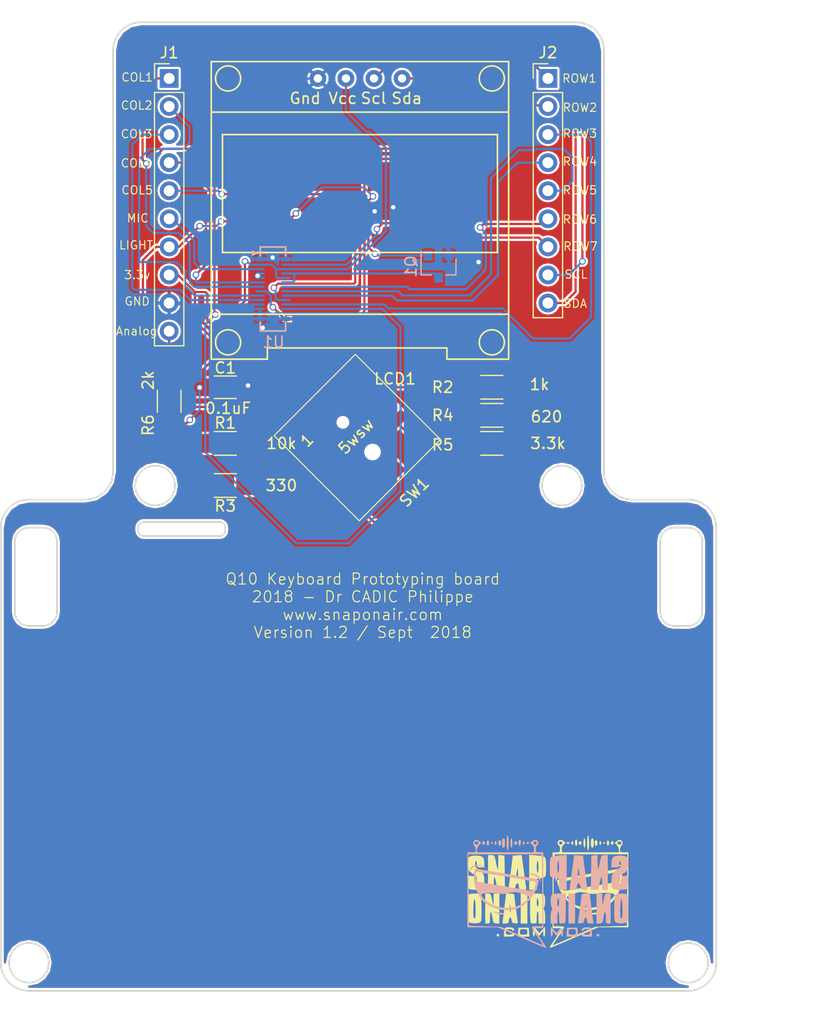
<source format=kicad_pcb>
(kicad_pcb (version 4) (host pcbnew 4.0.4-stable)
  (layers (0 F.Cu signal) (31 B.Cu signal) (34 B.Paste user) (35 F.Paste user) (36 B.SilkS user) (37 F.SilkS user) (38 B.Mask user) (39 F.Mask user) (44 Edge.Cuts user))
  (net 0 "")
  (net 1 /3.3v)
  (net 2 GND)
  (net 3 /KB_LGHT)
  (net 4 "Net-(Q1-Pad3)")
  (net 5 /KB_MIC)
  (net 6 /KB_ROW1)
  (net 7 /KB_COL1)
  (net 8 /KB_ROW2)
  (net 9 /KB_COL2)
  (net 10 /KB_COL3)
  (net 11 /KB_COL4)
  (net 12 /KB_ROW3)
  (net 13 /KB_COL5)
  (net 14 /KB_ROW4)
  (net 15 /KB_ROW5)
  (net 16 /KB_ROW6)
  (net 17 /KB_ROW7)
  (net 18 /Analog)
  (net 19 /SCL)
  (net 20 /SDA)
  (net 21 "Net-(R2-Pad1)")
  (net 22 "Net-(R3-Pad1)")
  (net 23 "Net-(R4-Pad1)")
  (net 24 "Net-(R5-Pad1)")
  (module Capacitors_SMD:C_1206_HandSoldering (layer F.Cu) (at 111.76 83.82)
    (fp_text reference C1 (at 0 -1.75) (layer F.SilkS))
    (fp_text value 0.1uF (at 0.254 1.905) (layer F.SilkS))
    (pad 1 smd rect (at -2 0) (size 2 1.6) (layers F.Cu F.Paste F.Mask) (net 1 /3.3v))
    (pad 2 smd rect (at 2 0) (size 2 1.6) (layers F.Cu F.Paste F.Mask) (net 2 GND))
  )
  (module TO_SOT_Packages_SMD:SOT-23 (layer B.Cu) (at 131.064 72.898 270)
    (fp_text reference Q1 (at 0 2.5 270) (layer B.SilkS) (effects (justify mirror)))
    (fp_text value BSS138)
    (pad 1 smd rect (at -1 0.95 270) (size 0.9 0.8) (layers B.Cu B.Paste B.Mask) (net 3 /KB_LGHT))
    (pad 2 smd rect (at -1 -0.95 270) (size 0.9 0.8) (layers B.Cu B.Paste B.Mask) (net 2 GND))
    (pad 3 smd rect (at 1 0 270) (size 0.9 0.8) (layers B.Cu B.Paste B.Mask) (net 4 "Net-(Q1-Pad3)"))
  )
  (module Resistors_SMD:R_1206_HandSoldering (layer F.Cu) (at 111.76 88.9)
    (fp_text reference R1 (at 0 -1.85) (layer F.SilkS))
    (fp_text value 10k (at 5.08 0) (layer F.SilkS))
    (pad 1 smd rect (at -2 0) (size 2 1.7) (layers F.Cu F.Paste F.Mask) (net 3 /KB_LGHT))
    (pad 2 smd rect (at 2 0) (size 2 1.7) (layers F.Cu F.Paste F.Mask) (net 2 GND))
  )
  (module "bbq10kbd_kit-master:BM14B(0.8)-24DS-0.4V(53)" (layer B.Cu) (at 116.078 74.93 270)
    (fp_text reference U1 (at 4.8 -0.05 540) (layer B.SilkS) (effects (justify mirror)))
    (fp_text value Keyboard:BBQ10KBD)
    (pad 2 smd rect (at -2.2 1.15 270) (size 0.2 0.8) (layers B.Cu B.Paste B.Mask) (net 1 /3.3v))
    (pad 3 smd rect (at -1.8 1.15 270) (size 0.2 0.8) (layers B.Cu B.Paste B.Mask) (net 5 /KB_MIC))
    (pad 4 smd rect (at -1.4 1.15 270) (size 0.2 0.8) (layers B.Cu B.Paste B.Mask) (net 2 GND))
    (pad 5 smd rect (at -1 1.15 270) (size 0.2 0.8) (layers B.Cu B.Paste B.Mask) (net 2 GND))
    (pad 6 smd rect (at -0.6 1.15 270) (size 0.2 0.8) (layers B.Cu B.Paste B.Mask) (net 6 /KB_ROW1))
    (pad 7 smd rect (at -0.2 1.15 270) (size 0.2 0.8) (layers B.Cu B.Paste B.Mask) (net 7 /KB_COL1))
    (pad 8 smd rect (at 0.2 1.15 270) (size 0.2 0.8) (layers B.Cu B.Paste B.Mask) (net 8 /KB_ROW2))
    (pad 9 smd rect (at 0.6 1.15 270) (size 0.2 0.8) (layers B.Cu B.Paste B.Mask) (net 9 /KB_COL2))
    (pad 10 smd rect (at 1 1.15 270) (size 0.2 0.8) (layers B.Cu B.Paste B.Mask) (net 10 /KB_COL3))
    (pad 11 smd rect (at 1.4 1.15 270) (size 0.2 0.8) (layers B.Cu B.Paste B.Mask) (net 2 GND))
    (pad 12 smd rect (at 1.8 1.15 270) (size 0.2 0.8) (layers B.Cu B.Paste B.Mask) (net 2 GND))
    (pad 13 smd rect (at 2.2 1.15 270) (size 0.2 0.8) (layers B.Cu B.Paste B.Mask) (net 2 GND))
    (pad 16 smd rect (at 2.2 -1.15 270) (size 0.2 0.8) (layers B.Cu B.Paste B.Mask) (net 2 GND))
    (pad 17 smd rect (at 1.8 -1.15 270) (size 0.2 0.8) (layers B.Cu B.Paste B.Mask) (net 11 /KB_COL4))
    (pad 18 smd rect (at 1.4 -1.15 270) (size 0.2 0.8) (layers B.Cu B.Paste B.Mask) (net 12 /KB_ROW3))
    (pad 19 smd rect (at 1 -1.15 270) (size 0.2 0.8) (layers B.Cu B.Paste B.Mask) (net 13 /KB_COL5))
    (pad 20 smd rect (at 0.6 -1.15 270) (size 0.2 0.8) (layers B.Cu B.Paste B.Mask) (net 14 /KB_ROW4))
    (pad 21 smd rect (at 0.2 -1.15 270) (size 0.2 0.8) (layers B.Cu B.Paste B.Mask) (net 15 /KB_ROW5))
    (pad 22 smd rect (at -0.2 -1.15 270) (size 0.2 0.8) (layers B.Cu B.Paste B.Mask) (net 16 /KB_ROW6))
    (pad 23 smd rect (at -0.6 -1.15 270) (size 0.2 0.8) (layers B.Cu B.Paste B.Mask) (net 4 "Net-(Q1-Pad3)"))
    (pad 24 smd rect (at -1 -1.15 270) (size 0.2 0.8) (layers B.Cu B.Paste B.Mask) (net 1 /3.3v))
    (pad 25 smd rect (at -1.4 -1.15 270) (size 0.2 0.8) (layers B.Cu B.Paste B.Mask) (net 4 "Net-(Q1-Pad3)"))
    (pad 26 smd rect (at -1.8 -1.15 270) (size 0.2 0.8) (layers B.Cu B.Paste B.Mask) (net 1 /3.3v))
    (pad 27 smd rect (at -2.2 -1.15 270) (size 0.2 0.8) (layers B.Cu B.Paste B.Mask) (net 17 /KB_ROW7))
    (pad 1 smd rect (at -2.7 1.15 270) (size 0.4 0.8) (layers B.Cu B.Paste B.Mask) (net 2 GND))
    (pad 14 smd rect (at 2.7 1.15 270) (size 0.4 0.8) (layers B.Cu B.Paste B.Mask) (net 2 GND))
    (pad 15 smd rect (at 2.7 -1.15 270) (size 0.4 0.8) (layers B.Cu B.Paste B.Mask) (net 2 GND))
    (pad 28 smd rect (at -2.7 -1.15 270) (size 0.4 0.8) (layers B.Cu B.Paste B.Mask) (net 2 GND))
  )
  (module Socket_Strips:Socket_Strip_Straight_1x09_Pitch2.54mm (layer F.Cu) (at 140.97 55.88)
    (fp_text reference J2 (at 0 -2.33) (layer F.SilkS))
    (fp_text value ROW_CON)
    (pad 1 thru_hole rect (at 0 0) (size 1.7 1.7) (drill 1) (layers *.Cu *.Mask) (net 6 /KB_ROW1))
    (pad 2 thru_hole oval (at 0 2.54) (size 1.7 1.7) (drill 1) (layers *.Cu *.Mask) (net 8 /KB_ROW2))
    (pad 3 thru_hole oval (at 0 5.08) (size 1.7 1.7) (drill 1) (layers *.Cu *.Mask) (net 12 /KB_ROW3))
    (pad 4 thru_hole oval (at 0 7.62) (size 1.7 1.7) (drill 1) (layers *.Cu *.Mask) (net 14 /KB_ROW4))
    (pad 5 thru_hole oval (at 0 10.16) (size 1.7 1.7) (drill 1) (layers *.Cu *.Mask) (net 15 /KB_ROW5))
    (pad 6 thru_hole oval (at 0 12.7) (size 1.7 1.7) (drill 1) (layers *.Cu *.Mask) (net 16 /KB_ROW6))
    (pad 7 thru_hole oval (at 0 15.24) (size 1.7 1.7) (drill 1) (layers *.Cu *.Mask) (net 17 /KB_ROW7))
    (pad 8 thru_hole oval (at 0 17.78) (size 1.7 1.7) (drill 1) (layers *.Cu *.Mask) (net 19 /SCL))
    (pad 9 thru_hole oval (at 0 20.32) (size 1.7 1.7) (drill 1) (layers *.Cu *.Mask) (net 20 /SDA))
  )
  (module Socket_Strips:Socket_Strip_Straight_1x10_Pitch2.54mm (layer F.Cu) (at 106.68 55.88)
    (fp_text reference J1 (at 0 -2.33) (layer F.SilkS))
    (fp_text value COL_CON)
    (pad 1 thru_hole rect (at 0 0) (size 1.7 1.7) (drill 1) (layers *.Cu *.Mask) (net 7 /KB_COL1))
    (pad 2 thru_hole oval (at 0 2.54) (size 1.7 1.7) (drill 1) (layers *.Cu *.Mask) (net 9 /KB_COL2))
    (pad 3 thru_hole oval (at 0 5.08) (size 1.7 1.7) (drill 1) (layers *.Cu *.Mask) (net 10 /KB_COL3))
    (pad 4 thru_hole oval (at 0 7.62) (size 1.7 1.7) (drill 1) (layers *.Cu *.Mask) (net 11 /KB_COL4))
    (pad 5 thru_hole oval (at 0 10.16) (size 1.7 1.7) (drill 1) (layers *.Cu *.Mask) (net 13 /KB_COL5))
    (pad 6 thru_hole oval (at 0 12.7) (size 1.7 1.7) (drill 1) (layers *.Cu *.Mask) (net 5 /KB_MIC))
    (pad 7 thru_hole oval (at 0 15.24) (size 1.7 1.7) (drill 1) (layers *.Cu *.Mask) (net 3 /KB_LGHT))
    (pad 8 thru_hole oval (at 0 17.78) (size 1.7 1.7) (drill 1) (layers *.Cu *.Mask) (net 1 /3.3v))
    (pad 9 thru_hole oval (at 0 20.32) (size 1.7 1.7) (drill 1) (layers *.Cu *.Mask) (net 2 GND))
    (pad 10 thru_hole oval (at 0 22.86) (size 1.7 1.7) (drill 1) (layers *.Cu *.Mask) (net 18 /Analog))
  )
  (module bbq10kbd_kit-master:Oled96 (layer F.Cu) (at 110.49 81.28)
    (fp_text reference LCD1 (at 16.637 1.778) (layer F.SilkS))
    (fp_text value Oled96)
    (fp_text user Sda (at 17.7 -23.6) (layer F.SilkS))
    (fp_text user Scl (at 14.7 -23.6) (layer F.SilkS))
    (fp_text user Vcc (at 11.9 -23.6) (layer F.SilkS))
    (fp_text user Gnd (at 8.5 -23.6) (layer F.SilkS))
    (pad 4 thru_hole circle (at 9.652 -25.4) (size 1.524 1.524) (drill 0.762) (layers *.Cu *.Mask) (net 2 GND))
    (pad 3 thru_hole circle (at 12.192 -25.4) (size 1.524 1.524) (drill 0.762) (layers *.Cu *.Mask) (net 1 /3.3v))
    (pad 2 thru_hole circle (at 14.732 -25.4) (size 1.524 1.524) (drill 0.762) (layers *.Cu *.Mask) (net 19 /SCL))
    (pad 1 thru_hole circle (at 17.272 -25.4) (size 1.524 1.524) (drill 0.762) (layers *.Cu *.Mask) (net 20 /SDA))
  )
  (module Resistors_SMD:R_1206_HandSoldering (layer F.Cu) (at 135.89 83.82)
    (fp_text reference R2 (at -4.445 0) (layer F.SilkS))
    (fp_text value 1k (at 4.318 -0.254) (layer F.SilkS))
    (pad 1 smd rect (at -2 0) (size 2 1.7) (layers F.Cu F.Paste F.Mask) (net 21 "Net-(R2-Pad1)"))
    (pad 2 smd rect (at 2 0) (size 2 1.7) (layers F.Cu F.Paste F.Mask) (net 2 GND))
  )
  (module Resistors_SMD:R_1206_HandSoldering (layer F.Cu) (at 111.76 92.71 180)
    (fp_text reference R3 (at 0 -1.85 180) (layer F.SilkS))
    (fp_text value 330 (at -5.08 0 180) (layer F.SilkS))
    (pad 1 smd rect (at -2 0 180) (size 2 1.7) (layers F.Cu F.Paste F.Mask) (net 22 "Net-(R3-Pad1)"))
    (pad 2 smd rect (at 2 0 180) (size 2 1.7) (layers F.Cu F.Paste F.Mask) (net 2 GND))
  )
  (module Resistors_SMD:R_1206_HandSoldering (layer F.Cu) (at 135.89 86.36)
    (fp_text reference R4 (at -4.445 0) (layer F.SilkS))
    (fp_text value 620 (at 4.953 0.127) (layer F.SilkS))
    (pad 1 smd rect (at -2 0) (size 2 1.7) (layers F.Cu F.Paste F.Mask) (net 23 "Net-(R4-Pad1)"))
    (pad 2 smd rect (at 2 0) (size 2 1.7) (layers F.Cu F.Paste F.Mask) (net 2 GND))
  )
  (module Resistors_SMD:R_1206_HandSoldering (layer F.Cu) (at 135.89 88.9)
    (fp_text reference R5 (at -4.445 0.127) (layer F.SilkS))
    (fp_text value 3.3k (at 5.08 0) (layer F.SilkS))
    (pad 1 smd rect (at -2 0) (size 2 1.7) (layers F.Cu F.Paste F.Mask) (net 24 "Net-(R5-Pad1)"))
    (pad 2 smd rect (at 2 0) (size 2 1.7) (layers F.Cu F.Paste F.Mask) (net 2 GND))
  )
  (module Resistors_SMD:R_1206_HandSoldering (layer F.Cu) (at 106.68 85.09 90)
    (fp_text reference R6 (at -2.159 -1.905 90) (layer F.SilkS))
    (fp_text value 2k (at 1.905 -1.905 90) (layer F.SilkS))
    (pad 1 smd rect (at -2 0 90) (size 2 1.7) (layers F.Cu F.Paste F.Mask) (net 1 /3.3v))
    (pad 2 smd rect (at 2 0 90) (size 2 1.7) (layers F.Cu F.Paste F.Mask) (net 18 /Analog))
  )
  (module bbq10kbd_kit-master:5WAY_sw (layer F.Cu) (at 119.4 90 45)
    (fp_text reference SW1 (at 4.35 9.05 45) (layer F.SilkS))
    (fp_text value 5W_SW)
    (fp_text user 5wsw (at 4.2 1.75 45) (layer F.SilkS))
    (fp_text user 1 (at 0.8 -1.15 45) (layer F.SilkS))
    (pad 6 smd rect (at 7.8 3.35 45) (size 2 1) (layers F.Cu F.Paste F.Mask) (net 24 "Net-(R5-Pad1)"))
    (pad 5 smd rect (at 7.8 1.925 45) (size 2 1) (layers F.Cu F.Paste F.Mask) (net 18 /Analog))
    (pad 4 smd rect (at 7.8 0.5 45) (size 2 1) (layers F.Cu F.Paste F.Mask) (net 21 "Net-(R2-Pad1)"))
    (pad 1 smd rect (at 0.7 0.5 45) (size 2 1) (layers F.Cu F.Paste F.Mask) (net 2 GND))
    (pad 3 smd rect (at 0.7 3.35 45) (size 2 1) (layers F.Cu F.Paste F.Mask) (net 23 "Net-(R4-Pad1)"))
    (pad 2 smd rect (at 0.7 1.925 45) (size 2 1) (layers F.Cu F.Paste F.Mask) (net 22 "Net-(R3-Pad1)"))
    (pad "" smd rect (at 4.25 6.05 45) (size 2 2) (layers F.Cu F.Paste F.Mask))
    (pad "" smd rect (at 4.35 -2.25 45) (size 2 2) (layers F.Cu F.Paste F.Mask))
    (pad "" np_thru_hole circle (at 4.25 0 45) (size 0.76 0.76) (drill 0.76) (layers *.Cu *.Mask))
    (pad "" np_thru_hole circle (at 4.25 3.8 45) (size 1.1 1.1) (drill 1.1) (layers *.Cu *.Mask))
  )
  (module 18650:SOALogo2 (layer F.Cu) (at 140.97 129.54)
    (fp_text reference G*** hide)
    (fp_text value LOGO hide)
  )
  (module 18650:SOALogo2 (layer B.Cu) (at 140.97 129.54 180)
    (fp_text reference G*** hide)
    (fp_text value LOGO hide)
  )
  (gr_text "Q10 Keyboard Prototyping board\n2018 - Dr CADIC Philippe\nwww.snaponair.com\nVersion 1.2 / Sept  2018" (at 124.206 103.5812) (layer F.SilkS) (effects (font (size 1 1) (thickness 0.1))))
  (gr_circle (center 153.67 135.89) (end 154.94 134.62) (layer Edge.Cuts) (width 0.15))
  (gr_circle (center 93.98 135.89) (end 95.25 134.62) (layer Edge.Cuts) (width 0.15))
  (gr_line (start 152.4 96.52) (end 153.67 96.52) (angle 90) (layer Edge.Cuts) (width 0.15))
  (gr_line (start 152.4 105.41) (end 153.67 105.41) (angle 90) (layer Edge.Cuts) (width 0.15))
  (gr_line (start 151.13 97.79) (end 151.13 104.14) (angle 90) (layer Edge.Cuts) (width 0.15))
  (gr_arc (start 152.4 104.14) (end 152.4 105.41) (angle 90) (layer Edge.Cuts) (width 0.15))
  (gr_arc (start 153.67 104.14) (end 154.94 104.14) (angle 90) (layer Edge.Cuts) (width 0.15))
  (gr_arc (start 152.4 97.79) (end 151.13 97.79) (angle 90) (layer Edge.Cuts) (width 0.15))
  (gr_arc (start 153.67 97.79) (end 153.67 96.52) (angle 90) (layer Edge.Cuts) (width 0.15))
  (gr_line (start 154.94 97.79) (end 154.94 104.14) (angle 90) (layer Edge.Cuts) (width 0.15))
  (gr_line (start 93.98 105.41) (end 95.25 105.41) (angle 90) (layer Edge.Cuts) (width 0.15))
  (gr_line (start 93.98 96.52) (end 95.25 96.52) (angle 90) (layer Edge.Cuts) (width 0.15))
  (gr_arc (start 93.98 104.14) (end 93.98 105.41) (angle 90) (layer Edge.Cuts) (width 0.15))
  (gr_arc (start 95.25 104.14) (end 96.52 104.14) (angle 90) (layer Edge.Cuts) (width 0.15))
  (gr_line (start 96.52 97.79) (end 96.52 104.14) (angle 90) (layer Edge.Cuts) (width 0.15))
  (gr_arc (start 95.25 97.79) (end 95.25 96.52) (angle 90) (layer Edge.Cuts) (width 0.15))
  (gr_arc (start 93.98 97.79) (end 92.71 97.79) (angle 90) (layer Edge.Cuts) (width 0.15))
  (gr_line (start 92.71 97.79) (end 92.71 104.14) (angle 90) (layer Edge.Cuts) (width 0.15))
  (gr_circle (center 142.24 92.71) (end 143.51 91.44) (layer Edge.Cuts) (width 0.15))
  (gr_arc (start 153.67 135.89) (end 156.21 135.89) (angle 90) (layer Edge.Cuts) (width 0.15))
  (gr_line (start 93.98 138.43) (end 153.67 138.43) (angle 90) (layer Edge.Cuts) (width 0.15))
  (gr_arc (start 93.98 135.89) (end 93.98 138.43) (angle 90) (layer Edge.Cuts) (width 0.15))
  (gr_line (start 156.21 96.52) (end 156.21 135.89) (angle 90) (layer Edge.Cuts) (width 0.15))
  (gr_arc (start 153.67 96.52) (end 153.67 93.98) (angle 90) (layer Edge.Cuts) (width 0.15))
  (gr_line (start 153.67 93.98) (end 148.59 93.98) (angle 90) (layer Edge.Cuts) (width 0.15))
  (gr_circle (center 105.41 92.71) (end 106.68 91.44) (layer Edge.Cuts) (width 0.15))
  (gr_arc (start 148.59 91.44) (end 148.59 93.98) (angle 90) (layer Edge.Cuts) (width 0.15))
  (gr_line (start 146.05 90.17) (end 146.05 91.44) (angle 90) (layer Edge.Cuts) (width 0.15))
  (gr_line (start 104.394 96.012) (end 104.648 96.012) (angle 90) (layer Edge.Cuts) (width 0.15))
  (gr_arc (start 104.394 96.52) (end 103.886 96.52) (angle 90) (layer Edge.Cuts) (width 0.15))
  (gr_line (start 104.648 96.012) (end 111.252 96.012) (angle 90) (layer Edge.Cuts) (width 0.15))
  (gr_line (start 103.886 96.52) (end 103.886 96.774) (angle 90) (layer Edge.Cuts) (width 0.15))
  (gr_arc (start 104.394 96.774) (end 104.394 97.282) (angle 90) (layer Edge.Cuts) (width 0.15))
  (gr_arc (start 111.252 96.774) (end 111.76 96.774) (angle 90) (layer Edge.Cuts) (width 0.15))
  (gr_line (start 111.76 96.52) (end 111.76 96.774) (angle 90) (layer Edge.Cuts) (width 0.15))
  (gr_line (start 104.394 97.282) (end 111.252 97.282) (angle 90) (layer Edge.Cuts) (width 0.15))
  (gr_arc (start 111.252 96.52) (end 111.252 96.012) (angle 90) (layer Edge.Cuts) (width 0.15))
  (gr_text SDA (at 143.4592 76.2508) (layer F.SilkS) (effects (font (size 0.75 0.75) (thickness 0.1))))
  (gr_text SCL (at 143.51 73.6092) (layer F.SilkS) (effects (font (size 0.75 0.75) (thickness 0.1))))
  (gr_text ROW7 (at 143.9164 71.0692) (layer F.SilkS) (effects (font (size 0.75 0.75) (thickness 0.1))))
  (gr_text ROW6 (at 143.8656 68.6308) (layer F.SilkS) (effects (font (size 0.75 0.75) (thickness 0.1))))
  (gr_text ROW5 (at 143.8656 65.9892) (layer F.SilkS) (effects (font (size 0.75 0.75) (thickness 0.1))))
  (gr_text ROW4 (at 143.8656 63.3984) (layer F.SilkS) (effects (font (size 0.75 0.75) (thickness 0.1))))
  (gr_text ROW3 (at 143.8656 60.8584) (layer F.SilkS) (effects (font (size 0.75 0.75) (thickness 0.1))))
  (gr_text ROW2 (at 143.8656 58.5216) (layer F.SilkS) (effects (font (size 0.75 0.75) (thickness 0.1))))
  (gr_text ROW1 (at 143.8148 55.88) (layer F.SilkS) (effects (font (size 0.75 0.75) (thickness 0.1))))
  (gr_text Analog (at 103.7336 78.74) (layer F.SilkS) (effects (font (size 0.75 0.75) (thickness 0.1))))
  (gr_text GND (at 103.7844 76.0476) (layer F.SilkS) (effects (font (size 0.75 0.75) (thickness 0.1))))
  (gr_text 3.3v (at 103.7844 73.66) (layer F.SilkS) (effects (font (size 0.75 0.75) (thickness 0.1))))
  (gr_text LIGHT (at 103.6828 70.9676) (layer F.SilkS) (effects (font (size 0.75 0.75) (thickness 0.1))))
  (gr_text MIC (at 103.8352 68.5292) (layer F.SilkS) (effects (font (size 0.75 0.75) (thickness 0.1))))
  (gr_text COL5 (at 103.7844 65.9892) (layer F.SilkS) (effects (font (size 0.75 0.75) (thickness 0.1))))
  (gr_text COL4 (at 103.7336 63.5508) (layer F.SilkS) (effects (font (size 0.75 0.75) (thickness 0.1))))
  (gr_text COL3 (at 103.7336 60.9092) (layer F.SilkS) (effects (font (size 0.75 0.75) (thickness 0.1))))
  (gr_text COL2 (at 103.7336 58.3184) (layer F.SilkS) (effects (font (size 0.75 0.75) (thickness 0.1))))
  (gr_text COL1 (at 103.7844 55.7784) (layer F.SilkS) (effects (font (size 0.75 0.75) (thickness 0.1))))
  (gr_line (start 91.44 135.89) (end 91.44 135.255) (angle 90) (layer Edge.Cuts) (width 0.15))
  (gr_line (start 91.44 130.81) (end 91.44 135.255) (angle 90) (layer Edge.Cuts) (width 0.15))
  (gr_line (start 146.05 90.17) (end 146.05 88.9) (angle 90) (layer Edge.Cuts) (width 0.15))
  (gr_line (start 93.98 93.98) (end 95.25 93.98) (angle 90) (layer Edge.Cuts) (width 0.15))
  (gr_line (start 91.44 97.79) (end 91.44 96.52) (angle 90) (layer Edge.Cuts) (width 0.15))
  (gr_arc (start 93.98 96.52) (end 91.44 96.52) (angle 90) (layer Edge.Cuts) (width 0.15))
  (gr_line (start 91.44 97.79) (end 91.44 130.81) (angle 90) (layer Edge.Cuts) (width 0.15))
  (gr_arc (start 99.06 91.44) (end 101.6 91.44) (angle 90) (layer Edge.Cuts) (width 0.15))
  (gr_line (start 99.06 93.98) (end 95.25 93.98) (angle 90) (layer Edge.Cuts) (width 0.15))
  (gr_line (start 146.05 82.55) (end 146.05 88.9) (angle 90) (layer Edge.Cuts) (width 0.15))
  (gr_line (start 101.6 82.55) (end 101.6 91.44) (angle 90) (layer Edge.Cuts) (width 0.15))
  (gr_line (start 146.05 53.34) (end 146.05 82.55) (angle 90) (layer Edge.Cuts) (width 0.15))
  (gr_arc (start 143.51 53.34) (end 143.51 50.8) (angle 90) (layer Edge.Cuts) (width 0.15))
  (gr_arc (start 104.14 53.34) (end 101.6 53.34) (angle 90) (layer Edge.Cuts) (width 0.15))
  (gr_line (start 143.51 50.8) (end 104.14 50.8) (angle 90) (layer Edge.Cuts) (width 0.15))
  (gr_line (start 101.6 53.34) (end 101.6 82.55) (angle 90) (layer Edge.Cuts) (width 0.15))
  (segment (start 109.01172 75.19924) (end 109.01172 77.8256) (width 0.2) (layer F.Cu) (net 1))
  (segment (start 110.35792 79.1718) (end 110.6424 79.1718) (width 0.2) (layer F.Cu) (net 1))
  (segment (start 109.01172 77.8256) (end 110.35792 79.1718) (width 0.2) (layer F.Cu) (net 1))
  (segment (start 106.68 87.09) (end 108.23092 87.09) (width 0.2) (layer F.Cu) (net 1))
  (segment (start 109.43844 83.8454) (end 109.46384 83.82) (width 0.2) (layer F.Cu) (net 1))
  (via (at 109.43844 83.8454) (size 0.6) (drill 0.4) (layers F.Cu B.Cu) (net 1))
  (segment (start 109.43844 85.88248) (end 109.43844 83.8454) (width 0.2) (layer B.Cu) (net 1))
  (segment (start 108.54944 86.77148) (end 109.43844 85.88248) (width 0.2) (layer B.Cu) (net 1))
  (via (at 108.54944 86.77148) (size 0.6) (drill 0.4) (layers F.Cu B.Cu) (net 1))
  (segment (start 108.23092 87.09) (end 108.54944 86.77148) (width 0.2) (layer F.Cu) (net 1))
  (segment (start 109.46384 83.82) (end 109.76 83.82) (width 0.2) (layer F.Cu) (net 1))
  (segment (start 109.76 83.82) (end 109.76 82.20304) (width 0.2) (layer F.Cu) (net 1))
  (segment (start 109.76 82.20304) (end 110.6424 81.32064) (width 0.2) (layer F.Cu) (net 1))
  (segment (start 110.6424 81.32064) (end 110.6424 79.1718) (width 0.2) (layer F.Cu) (net 1))
  (segment (start 116.37096 73.13) (end 116.37096 73.82088) (width 0.2) (layer B.Cu) (net 1))
  (segment (start 116.48008 73.93) (end 117.228 73.93) (width 0.2) (layer B.Cu) (net 1))
  (segment (start 116.37096 73.82088) (end 116.48008 73.93) (width 0.2) (layer B.Cu) (net 1))
  (segment (start 114.928 72.73) (end 115.97096 72.73) (width 0.2) (layer B.Cu) (net 1))
  (segment (start 116.37096 73.13) (end 117.228 73.13) (width 0.2) (layer B.Cu) (net 1))
  (segment (start 115.97096 72.73) (end 116.37096 73.13) (width 0.2) (layer B.Cu) (net 1))
  (segment (start 106.68 73.66) (end 107.47248 73.66) (width 0.2) (layer F.Cu) (net 1))
  (segment (start 107.47248 73.66) (end 109.01172 75.19924) (width 0.2) (layer F.Cu) (net 1))
  (segment (start 109.01172 75.19924) (end 109.02188 75.2094) (width 0.2) (layer F.Cu) (net 1))
  (segment (start 109.02188 75.2094) (end 109.96168 75.2094) (width 0.2) (layer F.Cu) (net 1))
  (segment (start 109.96168 75.2094) (end 110.14456 75.39228) (width 0.2) (layer F.Cu) (net 1))
  (segment (start 110.14456 75.39228) (end 110.14456 77.7748) (width 0.2) (layer F.Cu) (net 1))
  (segment (start 110.14456 77.7748) (end 110.3884 78.01864) (width 0.2) (layer F.Cu) (net 1))
  (segment (start 110.3884 78.01864) (end 111.5314 78.01864) (width 0.2) (layer F.Cu) (net 1))
  (segment (start 111.5314 78.01864) (end 113.538 76.01204) (width 0.2) (layer F.Cu) (net 1))
  (segment (start 113.538 76.01204) (end 113.538 72.42556) (width 0.2) (layer F.Cu) (net 1))
  (via (at 113.538 72.42556) (size 0.6) (drill 0.4) (layers F.Cu B.Cu) (net 1))
  (segment (start 113.538 72.42556) (end 113.57864 72.4662) (width 0.2) (layer B.Cu) (net 1))
  (segment (start 113.57864 72.4662) (end 113.77676 72.4662) (width 0.2) (layer B.Cu) (net 1))
  (segment (start 113.77676 72.4662) (end 114.04056 72.73) (width 0.2) (layer B.Cu) (net 1))
  (segment (start 114.04056 72.73) (end 114.928 72.73) (width 0.2) (layer B.Cu) (net 1))
  (segment (start 117.228 73.13) (end 122.8564 73.13) (width 0.2) (layer B.Cu) (net 1))
  (segment (start 122.8564 73.13) (end 126.30404 69.68236) (width 0.2) (layer B.Cu) (net 1))
  (segment (start 126.30404 69.68236) (end 126.30404 62.1792) (width 0.2) (layer B.Cu) (net 1))
  (segment (start 126.30404 62.1792) (end 124.82068 60.69584) (width 0.2) (layer B.Cu) (net 1))
  (segment (start 124.82068 60.69584) (end 124.5108 60.69584) (width 0.2) (layer B.Cu) (net 1))
  (segment (start 124.5108 60.69584) (end 122.682 58.86704) (width 0.2) (layer B.Cu) (net 1))
  (segment (start 122.682 58.86704) (end 122.682 55.88) (width 0.2) (layer B.Cu) (net 1))
  (segment (start 120.248528 89.858579) (end 117.558579 89.858579) (width 0.2) (layer F.Cu) (net 2))
  (segment (start 116.6 88.9) (end 113.76 88.9) (width 0.2) (layer F.Cu) (net 2))
  (segment (start 117.558579 89.858579) (end 116.6 88.9) (width 0.2) (layer F.Cu) (net 2))
  (segment (start 132.014 71.898) (end 132.014 71.435) (width 0.2) (layer B.Cu) (net 2))
  (segment (start 122.24512 72.2122) (end 117.2458 72.2122) (width 0.2) (layer B.Cu) (net 2))
  (segment (start 123.51512 70.9422) (end 122.24512 72.2122) (width 0.2) (layer B.Cu) (net 2))
  (segment (start 123.51512 69.6722) (end 123.51512 70.9422) (width 0.2) (layer B.Cu) (net 2))
  (segment (start 125.28296 67.90436) (end 123.51512 69.6722) (width 0.2) (layer B.Cu) (net 2))
  (via (at 125.28296 67.90436) (size 0.6) (drill 0.4) (layers F.Cu B.Cu) (net 2))
  (segment (start 126.5936 67.90436) (end 125.28296 67.90436) (width 0.2) (layer F.Cu) (net 2))
  (segment (start 126.96444 67.53352) (end 126.5936 67.90436) (width 0.2) (layer F.Cu) (net 2))
  (via (at 126.96444 67.53352) (size 0.6) (drill 0.4) (layers F.Cu B.Cu) (net 2))
  (segment (start 126.96444 69.55028) (end 126.96444 67.53352) (width 0.2) (layer B.Cu) (net 2))
  (segment (start 127.06096 69.6468) (end 126.96444 69.55028) (width 0.2) (layer B.Cu) (net 2))
  (segment (start 130.2258 69.6468) (end 127.06096 69.6468) (width 0.2) (layer B.Cu) (net 2))
  (segment (start 132.014 71.435) (end 130.2258 69.6468) (width 0.2) (layer B.Cu) (net 2))
  (segment (start 117.2458 72.2122) (end 117.228 72.23) (width 0.2) (layer B.Cu) (net 2))
  (segment (start 116.04752 72.0852) (end 115.75288 72.0852) (width 0.2) (layer B.Cu) (net 2))
  (segment (start 115.60808 72.23) (end 114.928 72.23) (width 0.2) (layer B.Cu) (net 2))
  (segment (start 115.75288 72.0852) (end 115.60808 72.23) (width 0.2) (layer B.Cu) (net 2))
  (segment (start 114.69116 73.73112) (end 115.57 73.73112) (width 0.2) (layer F.Cu) (net 2))
  (segment (start 116.19232 72.23) (end 117.228 72.23) (width 0.2) (layer B.Cu) (net 2))
  (segment (start 116.04752 72.0852) (end 116.19232 72.23) (width 0.2) (layer B.Cu) (net 2))
  (via (at 116.04752 72.0852) (size 0.6) (drill 0.4) (layers F.Cu B.Cu) (net 2))
  (segment (start 116.04752 73.2536) (end 116.04752 72.0852) (width 0.2) (layer F.Cu) (net 2))
  (segment (start 115.57 73.73112) (end 116.04752 73.2536) (width 0.2) (layer F.Cu) (net 2))
  (segment (start 115.65128 77.63) (end 115.65128 77.94244) (width 0.2) (layer B.Cu) (net 2))
  (segment (start 114.69116 73.73112) (end 114.928 73.73112) (width 0.2) (layer B.Cu) (net 2))
  (via (at 114.69116 73.73112) (size 0.6) (drill 0.4) (layers F.Cu B.Cu) (net 2))
  (segment (start 115.06708 74.10704) (end 114.69116 73.73112) (width 0.2) (layer F.Cu) (net 2))
  (segment (start 115.06708 78.36408) (end 115.06708 74.10704) (width 0.2) (layer F.Cu) (net 2))
  (segment (start 115.14836 78.44536) (end 115.06708 78.36408) (width 0.2) (layer F.Cu) (net 2))
  (via (at 115.14836 78.44536) (size 0.6) (drill 0.4) (layers F.Cu B.Cu) (net 2))
  (segment (start 115.65128 77.94244) (end 115.14836 78.44536) (width 0.2) (layer B.Cu) (net 2))
  (segment (start 114.928 73.73112) (end 114.87404 73.73112) (width 0.2) (layer B.Cu) (net 2))
  (segment (start 114.87404 73.73112) (end 114.928 73.73112) (width 0.2) (layer B.Cu) (net 2))
  (segment (start 114.928 73.53) (end 114.928 73.73112) (width 0.2) (layer B.Cu) (net 2))
  (segment (start 114.928 73.73112) (end 114.928 73.93) (width 0.2) (layer B.Cu) (net 2))
  (segment (start 114.01044 77.38872) (end 114.01044 83.47456) (width 0.2) (layer B.Cu) (net 2))
  (segment (start 113.82248 83.66252) (end 113.76 83.725) (width 0.2) (layer F.Cu) (net 2))
  (via (at 113.82248 83.66252) (size 0.6) (drill 0.4) (layers F.Cu B.Cu) (net 2))
  (segment (start 114.01044 83.47456) (end 113.82248 83.66252) (width 0.2) (layer B.Cu) (net 2))
  (segment (start 113.76 83.725) (end 113.76 83.82) (width 0.2) (layer F.Cu) (net 2))
  (segment (start 117.228 77.63) (end 117.228 77.13) (width 0.2) (layer B.Cu) (net 2))
  (segment (start 114.928 77.63) (end 115.65128 77.63) (width 0.2) (layer B.Cu) (net 2))
  (segment (start 115.65128 77.63) (end 117.228 77.63) (width 0.2) (layer B.Cu) (net 2))
  (segment (start 114.928 77.63) (end 114.25172 77.63) (width 0.2) (layer B.Cu) (net 2))
  (segment (start 113.65992 77.0382) (end 113.65992 76.33) (width 0.2) (layer B.Cu) (net 2))
  (segment (start 114.25172 77.63) (end 114.01044 77.38872) (width 0.2) (layer B.Cu) (net 2))
  (segment (start 114.01044 77.38872) (end 113.65992 77.0382) (width 0.2) (layer B.Cu) (net 2))
  (segment (start 114.928 77.13) (end 114.20384 77.13) (width 0.2) (layer B.Cu) (net 2))
  (segment (start 113.919 76.84516) (end 113.919 76.33) (width 0.2) (layer B.Cu) (net 2))
  (segment (start 114.20384 77.13) (end 113.919 76.84516) (width 0.2) (layer B.Cu) (net 2))
  (segment (start 114.928 76.73) (end 114.31356 76.73) (width 0.2) (layer B.Cu) (net 2))
  (segment (start 114.17808 76.59452) (end 114.17808 76.33) (width 0.2) (layer B.Cu) (net 2))
  (segment (start 114.31356 76.73) (end 114.17808 76.59452) (width 0.2) (layer B.Cu) (net 2))
  (segment (start 114.928 76.33) (end 114.17808 76.33) (width 0.2) (layer B.Cu) (net 2))
  (segment (start 114.17808 76.33) (end 113.919 76.33) (width 0.2) (layer B.Cu) (net 2))
  (segment (start 113.919 76.33) (end 113.65992 76.33) (width 0.2) (layer B.Cu) (net 2))
  (segment (start 113.65992 76.33) (end 106.81 76.33) (width 0.2) (layer B.Cu) (net 2))
  (segment (start 106.81 76.33) (end 106.68 76.2) (width 0.2) (layer B.Cu) (net 2))
  (segment (start 117.228 72.23) (end 117.228 57.9304) (width 0.2) (layer B.Cu) (net 2))
  (segment (start 117.228 57.9304) (end 119.2784 55.88) (width 0.2) (layer B.Cu) (net 2))
  (segment (start 119.2784 55.88) (end 120.142 55.88) (width 0.2) (layer B.Cu) (net 2))
  (segment (start 137.89 83.82) (end 137.89 77.6158) (width 0.2) (layer F.Cu) (net 2))
  (segment (start 134.09244 71.898) (end 132.014 71.898) (width 0.2) (layer B.Cu) (net 2))
  (segment (start 134.69112 72.49668) (end 134.09244 71.898) (width 0.2) (layer B.Cu) (net 2))
  (via (at 134.69112 72.49668) (size 0.6) (drill 0.4) (layers F.Cu B.Cu) (net 2))
  (segment (start 134.65556 72.53224) (end 134.69112 72.49668) (width 0.2) (layer F.Cu) (net 2))
  (segment (start 134.65556 74.38136) (end 134.65556 72.53224) (width 0.2) (layer F.Cu) (net 2))
  (segment (start 137.89 77.6158) (end 134.65556 74.38136) (width 0.2) (layer F.Cu) (net 2))
  (segment (start 113.76 88.9) (end 113.73104 88.9) (width 0.2) (layer F.Cu) (net 2))
  (segment (start 113.73104 88.9) (end 111.46536 91.16568) (width 0.2) (layer F.Cu) (net 2))
  (segment (start 109.76 91.61628) (end 109.76 92.71) (width 0.2) (layer F.Cu) (net 2))
  (segment (start 110.2106 91.16568) (end 109.76 91.61628) (width 0.2) (layer F.Cu) (net 2))
  (segment (start 111.46536 91.16568) (end 110.2106 91.16568) (width 0.2) (layer F.Cu) (net 2))
  (segment (start 115.53 85.59) (end 115.53 87.13) (width 0.2) (layer F.Cu) (net 2))
  (segment (start 115.53 87.13) (end 113.76 88.9) (width 0.2) (layer F.Cu) (net 2))
  (segment (start 115.53 85.59) (end 113.76 83.82) (width 0.2) (layer F.Cu) (net 2))
  (segment (start 137.89 86.36) (end 137.89 88.9) (width 0.2) (layer F.Cu) (net 2))
  (segment (start 137.89 83.82) (end 137.89 86.36) (width 0.2) (layer F.Cu) (net 2))
  (segment (start 130.114 71.898) (end 125.45136 71.898) (width 0.2) (layer B.Cu) (net 3))
  (segment (start 107.55884 71.12) (end 106.68 71.12) (width 0.2) (layer F.Cu) (net 3))
  (segment (start 109.4486 69.23024) (end 107.55884 71.12) (width 0.2) (layer F.Cu) (net 3))
  (via (at 109.4486 69.23024) (size 0.6) (drill 0.4) (layers F.Cu B.Cu) (net 3))
  (segment (start 110.96752 69.23024) (end 109.4486 69.23024) (width 0.2) (layer B.Cu) (net 3))
  (segment (start 111.38916 68.8086) (end 110.96752 69.23024) (width 0.2) (layer B.Cu) (net 3))
  (via (at 111.38916 68.8086) (size 0.6) (drill 0.4) (layers F.Cu B.Cu) (net 3))
  (segment (start 117.43436 68.8086) (end 111.38916 68.8086) (width 0.2) (layer F.Cu) (net 3))
  (segment (start 118.15064 68.09232) (end 117.43436 68.8086) (width 0.2) (layer F.Cu) (net 3))
  (via (at 118.15064 68.09232) (size 0.6) (drill 0.4) (layers F.Cu B.Cu) (net 3))
  (segment (start 120.50776 65.7352) (end 118.15064 68.09232) (width 0.2) (layer B.Cu) (net 3))
  (segment (start 124.31268 65.7352) (end 120.50776 65.7352) (width 0.2) (layer B.Cu) (net 3))
  (segment (start 125.12548 66.548) (end 124.31268 65.7352) (width 0.2) (layer B.Cu) (net 3))
  (via (at 125.12548 66.548) (size 0.6) (drill 0.4) (layers F.Cu B.Cu) (net 3))
  (segment (start 124.71908 66.9544) (end 125.12548 66.548) (width 0.2) (layer F.Cu) (net 3))
  (segment (start 124.71908 71.16572) (end 124.71908 66.9544) (width 0.2) (layer F.Cu) (net 3))
  (segment (start 125.30328 71.74992) (end 124.71908 71.16572) (width 0.2) (layer F.Cu) (net 3))
  (via (at 125.30328 71.74992) (size 0.6) (drill 0.4) (layers F.Cu B.Cu) (net 3))
  (segment (start 125.45136 71.898) (end 125.30328 71.74992) (width 0.2) (layer B.Cu) (net 3))
  (segment (start 109.76 88.9) (end 107.68584 88.9) (width 0.2) (layer F.Cu) (net 3))
  (segment (start 105.49128 71.12) (end 106.68 71.12) (width 0.2) (layer F.Cu) (net 3))
  (segment (start 104.30256 72.30872) (end 105.49128 71.12) (width 0.2) (layer F.Cu) (net 3))
  (segment (start 104.30256 88.87968) (end 104.30256 72.30872) (width 0.2) (layer F.Cu) (net 3))
  (segment (start 104.46512 89.04224) (end 104.30256 88.87968) (width 0.2) (layer F.Cu) (net 3))
  (segment (start 107.5436 89.04224) (end 104.46512 89.04224) (width 0.2) (layer F.Cu) (net 3))
  (segment (start 107.68584 88.9) (end 107.5436 89.04224) (width 0.2) (layer F.Cu) (net 3))
  (segment (start 117.228 74.33) (end 117.87688 74.33) (width 0.2) (layer B.Cu) (net 4))
  (segment (start 118.0084 74.19848) (end 118.0084 73.53) (width 0.2) (layer B.Cu) (net 4))
  (segment (start 117.87688 74.33) (end 118.0084 74.19848) (width 0.2) (layer B.Cu) (net 4))
  (segment (start 117.228 73.53) (end 118.0084 73.53) (width 0.2) (layer B.Cu) (net 4))
  (segment (start 118.0084 73.53) (end 130.6292 73.53) (width 0.2) (layer B.Cu) (net 4))
  (segment (start 130.6292 73.53) (end 130.9972 73.898) (width 0.2) (layer B.Cu) (net 4))
  (segment (start 130.9972 73.898) (end 131.064 73.898) (width 0.2) (layer B.Cu) (net 4))
  (segment (start 114.928 73.13) (end 109.53836 73.13) (width 0.2) (layer B.Cu) (net 5))
  (segment (start 108.95076 70.56628) (end 106.96448 68.58) (width 0.2) (layer B.Cu) (net 5))
  (segment (start 108.95076 72.5424) (end 108.95076 70.56628) (width 0.2) (layer B.Cu) (net 5))
  (segment (start 109.53836 73.13) (end 108.95076 72.5424) (width 0.2) (layer B.Cu) (net 5))
  (segment (start 106.96448 68.58) (end 106.68 68.58) (width 0.2) (layer B.Cu) (net 5))
  (segment (start 114.928 74.33) (end 109.18388 74.33) (width 0.2) (layer B.Cu) (net 6))
  (segment (start 138.7094 53.6194) (end 140.97 55.88) (width 0.2) (layer F.Cu) (net 6))
  (segment (start 135.45312 53.6194) (end 138.7094 53.6194) (width 0.2) (layer F.Cu) (net 6))
  (segment (start 131.8768 57.19572) (end 135.45312 53.6194) (width 0.2) (layer F.Cu) (net 6))
  (segment (start 131.8768 58.0644) (end 131.8768 57.19572) (width 0.2) (layer F.Cu) (net 6))
  (segment (start 127.70612 62.23508) (end 131.8768 58.0644) (width 0.2) (layer F.Cu) (net 6))
  (segment (start 106.1466 62.23508) (end 127.70612 62.23508) (width 0.2) (layer F.Cu) (net 6))
  (segment (start 105.39984 62.98184) (end 106.1466 62.23508) (width 0.2) (layer F.Cu) (net 6))
  (segment (start 105.39984 64.02324) (end 105.39984 62.98184) (width 0.2) (layer F.Cu) (net 6))
  (segment (start 106.13644 64.75984) (end 105.39984 64.02324) (width 0.2) (layer F.Cu) (net 6))
  (segment (start 109.15904 64.75984) (end 106.13644 64.75984) (width 0.2) (layer F.Cu) (net 6))
  (segment (start 110.40872 66.00952) (end 109.15904 64.75984) (width 0.2) (layer F.Cu) (net 6))
  (segment (start 110.40872 72.33412) (end 110.40872 66.00952) (width 0.2) (layer F.Cu) (net 6))
  (segment (start 109.09808 73.64476) (end 110.40872 72.33412) (width 0.2) (layer F.Cu) (net 6))
  (via (at 109.09808 73.64476) (size 0.6) (drill 0.4) (layers F.Cu B.Cu) (net 6))
  (segment (start 109.09808 74.2442) (end 109.09808 73.64476) (width 0.2) (layer B.Cu) (net 6))
  (segment (start 109.18388 74.33) (end 109.09808 74.2442) (width 0.2) (layer B.Cu) (net 6))
  (segment (start 114.928 74.73) (end 108.92856 74.73) (width 0.2) (layer B.Cu) (net 7))
  (segment (start 105.1306 55.88) (end 106.68 55.88) (width 0.2) (layer F.Cu) (net 7))
  (segment (start 104.27208 56.73852) (end 105.1306 55.88) (width 0.2) (layer F.Cu) (net 7))
  (segment (start 104.27208 63.23584) (end 104.27208 56.73852) (width 0.2) (layer F.Cu) (net 7))
  (segment (start 104.60736 63.57112) (end 104.27208 63.23584) (width 0.2) (layer F.Cu) (net 7))
  (via (at 104.60736 63.57112) (size 0.6) (drill 0.4) (layers F.Cu B.Cu) (net 7))
  (segment (start 104.60736 69.23532) (end 104.60736 63.57112) (width 0.2) (layer B.Cu) (net 7))
  (segment (start 105.22712 69.85508) (end 104.60736 69.23532) (width 0.2) (layer B.Cu) (net 7))
  (segment (start 107.5436 69.85508) (end 105.22712 69.85508) (width 0.2) (layer B.Cu) (net 7))
  (segment (start 108.54944 70.86092) (end 107.5436 69.85508) (width 0.2) (layer B.Cu) (net 7))
  (segment (start 108.54944 74.35088) (end 108.54944 70.86092) (width 0.2) (layer B.Cu) (net 7))
  (segment (start 108.92856 74.73) (end 108.54944 74.35088) (width 0.2) (layer B.Cu) (net 7))
  (segment (start 114.928 75.13) (end 115.46012 75.13) (width 0.2) (layer B.Cu) (net 8))
  (segment (start 132.99948 58.32348) (end 140.87348 58.32348) (width 0.2) (layer F.Cu) (net 8))
  (segment (start 128.1684 63.15456) (end 132.99948 58.32348) (width 0.2) (layer F.Cu) (net 8))
  (segment (start 125.40996 63.15456) (end 128.1684 63.15456) (width 0.2) (layer F.Cu) (net 8))
  (segment (start 124.3584 64.20612) (end 125.40996 63.15456) (width 0.2) (layer F.Cu) (net 8))
  (segment (start 124.3584 76.93152) (end 124.3584 64.20612) (width 0.2) (layer F.Cu) (net 8))
  (segment (start 123.63196 77.65796) (end 124.3584 76.93152) (width 0.2) (layer F.Cu) (net 8))
  (segment (start 117.15496 77.65796) (end 123.63196 77.65796) (width 0.2) (layer F.Cu) (net 8))
  (segment (start 116.07292 76.57592) (end 117.15496 77.65796) (width 0.2) (layer F.Cu) (net 8))
  (via (at 116.07292 76.57592) (size 0.6) (drill 0.4) (layers F.Cu B.Cu) (net 8))
  (segment (start 115.8748 76.3778) (end 116.07292 76.57592) (width 0.2) (layer B.Cu) (net 8))
  (segment (start 115.8748 75.54468) (end 115.8748 76.3778) (width 0.2) (layer B.Cu) (net 8))
  (segment (start 115.46012 75.13) (end 115.8748 75.54468) (width 0.2) (layer B.Cu) (net 8))
  (segment (start 140.87348 58.32348) (end 140.97 58.42) (width 0.2) (layer F.Cu) (net 8))
  (segment (start 114.928 75.53) (end 109.0072 75.53) (width 0.2) (layer B.Cu) (net 9))
  (segment (start 108.5088 60.2488) (end 106.68 58.42) (width 0.2) (layer B.Cu) (net 9))
  (segment (start 108.5088 61.69152) (end 108.5088 60.2488) (width 0.2) (layer B.Cu) (net 9))
  (segment (start 107.94492 62.2554) (end 108.5088 61.69152) (width 0.2) (layer B.Cu) (net 9))
  (segment (start 104.91216 62.2554) (end 107.94492 62.2554) (width 0.2) (layer B.Cu) (net 9))
  (segment (start 103.96728 63.20028) (end 104.91216 62.2554) (width 0.2) (layer B.Cu) (net 9))
  (segment (start 103.96728 72.4408) (end 103.96728 63.20028) (width 0.2) (layer B.Cu) (net 9))
  (segment (start 103.91648 72.4916) (end 103.96728 72.4408) (width 0.2) (layer B.Cu) (net 9))
  (segment (start 107.35056 72.4916) (end 103.91648 72.4916) (width 0.2) (layer B.Cu) (net 9))
  (segment (start 108.11256 73.2536) (end 107.35056 72.4916) (width 0.2) (layer B.Cu) (net 9))
  (segment (start 108.11256 74.63536) (end 108.11256 73.2536) (width 0.2) (layer B.Cu) (net 9))
  (segment (start 109.0072 75.53) (end 108.11256 74.63536) (width 0.2) (layer B.Cu) (net 9))
  (segment (start 114.928 75.93) (end 108.58932 75.93) (width 0.2) (layer B.Cu) (net 10))
  (segment (start 104.23652 60.96) (end 106.68 60.96) (width 0.2) (layer B.Cu) (net 10))
  (segment (start 103.33736 61.85916) (end 104.23652 60.96) (width 0.2) (layer B.Cu) (net 10))
  (segment (start 103.33736 74.79284) (end 103.33736 61.85916) (width 0.2) (layer B.Cu) (net 10))
  (segment (start 103.55072 75.0062) (end 103.33736 74.79284) (width 0.2) (layer B.Cu) (net 10))
  (segment (start 107.66552 75.0062) (end 103.55072 75.0062) (width 0.2) (layer B.Cu) (net 10))
  (segment (start 108.58932 75.93) (end 107.66552 75.0062) (width 0.2) (layer B.Cu) (net 10))
  (segment (start 117.228 76.73) (end 125.98568 76.73) (width 0.2) (layer B.Cu) (net 11))
  (segment (start 109.02188 63.5) (end 106.68 63.5) (width 0.2) (layer F.Cu) (net 11))
  (segment (start 110.77956 65.25768) (end 109.02188 63.5) (width 0.2) (layer F.Cu) (net 11))
  (segment (start 110.77956 77.1652) (end 110.77956 65.25768) (width 0.2) (layer F.Cu) (net 11))
  (segment (start 110.85576 77.2414) (end 110.77956 77.1652) (width 0.2) (layer F.Cu) (net 11))
  (via (at 110.85576 77.2414) (size 0.6) (drill 0.4) (layers F.Cu B.Cu) (net 11))
  (segment (start 109.9566 78.14056) (end 110.85576 77.2414) (width 0.2) (layer B.Cu) (net 11))
  (segment (start 109.9566 89.70264) (end 109.9566 78.14056) (width 0.2) (layer B.Cu) (net 11))
  (segment (start 118.1862 97.93224) (end 109.9566 89.70264) (width 0.2) (layer B.Cu) (net 11))
  (segment (start 122.90552 97.93224) (end 118.1862 97.93224) (width 0.2) (layer B.Cu) (net 11))
  (segment (start 127.62992 93.20784) (end 122.90552 97.93224) (width 0.2) (layer B.Cu) (net 11))
  (segment (start 127.62992 78.37424) (end 127.62992 93.20784) (width 0.2) (layer B.Cu) (net 11))
  (segment (start 125.98568 76.73) (end 127.62992 78.37424) (width 0.2) (layer B.Cu) (net 11))
  (segment (start 117.228 76.33) (end 126.16388 76.33) (width 0.2) (layer B.Cu) (net 12))
  (segment (start 144.27708 60.96) (end 140.97 60.96) (width 0.2) (layer B.Cu) (net 12))
  (segment (start 144.87144 61.55436) (end 144.27708 60.96) (width 0.2) (layer B.Cu) (net 12))
  (segment (start 144.87144 77.47508) (end 144.87144 61.55436) (width 0.2) (layer B.Cu) (net 12))
  (segment (start 142.94104 79.40548) (end 144.87144 77.47508) (width 0.2) (layer B.Cu) (net 12))
  (segment (start 139.61872 79.40548) (end 142.94104 79.40548) (width 0.2) (layer B.Cu) (net 12))
  (segment (start 136.91108 76.69784) (end 139.61872 79.40548) (width 0.2) (layer B.Cu) (net 12))
  (segment (start 126.53172 76.69784) (end 136.91108 76.69784) (width 0.2) (layer B.Cu) (net 12))
  (segment (start 126.16388 76.33) (end 126.53172 76.69784) (width 0.2) (layer B.Cu) (net 12))
  (segment (start 117.228 75.93) (end 116.4684 75.93) (width 0.2) (layer B.Cu) (net 13))
  (segment (start 111.13008 66.04) (end 106.68 66.04) (width 0.2) (layer B.Cu) (net 13))
  (segment (start 111.43488 66.3448) (end 111.13008 66.04) (width 0.2) (layer B.Cu) (net 13))
  (via (at 111.43488 66.3448) (size 0.6) (drill 0.4) (layers F.Cu B.Cu) (net 13))
  (segment (start 122.5042 66.3448) (end 111.43488 66.3448) (width 0.2) (layer F.Cu) (net 13))
  (segment (start 123.52528 67.36588) (end 122.5042 66.3448) (width 0.2) (layer F.Cu) (net 13))
  (segment (start 123.52528 74.34072) (end 123.52528 67.36588) (width 0.2) (layer F.Cu) (net 13))
  (segment (start 123.4186 74.4474) (end 123.52528 74.34072) (width 0.2) (layer F.Cu) (net 13))
  (segment (start 116.5352 74.4474) (end 123.4186 74.4474) (width 0.2) (layer F.Cu) (net 13))
  (segment (start 116.15928 74.82332) (end 116.5352 74.4474) (width 0.2) (layer F.Cu) (net 13))
  (via (at 116.15928 74.82332) (size 0.6) (drill 0.4) (layers F.Cu B.Cu) (net 13))
  (segment (start 116.31168 74.97572) (end 116.15928 74.82332) (width 0.2) (layer B.Cu) (net 13))
  (segment (start 116.31168 75.77328) (end 116.31168 74.97572) (width 0.2) (layer B.Cu) (net 13))
  (segment (start 116.4684 75.93) (end 116.31168 75.77328) (width 0.2) (layer B.Cu) (net 13))
  (segment (start 117.228 75.53) (end 126.84308 75.53) (width 0.2) (layer B.Cu) (net 14))
  (segment (start 138.2014 63.5) (end 140.97 63.5) (width 0.2) (layer B.Cu) (net 14))
  (segment (start 136.45896 65.24244) (end 138.2014 63.5) (width 0.2) (layer B.Cu) (net 14))
  (segment (start 136.45896 73.67016) (end 136.45896 65.24244) (width 0.2) (layer B.Cu) (net 14))
  (segment (start 134.14756 75.98156) (end 136.45896 73.67016) (width 0.2) (layer B.Cu) (net 14))
  (segment (start 127.29464 75.98156) (end 134.14756 75.98156) (width 0.2) (layer B.Cu) (net 14))
  (segment (start 126.84308 75.53) (end 127.29464 75.98156) (width 0.2) (layer B.Cu) (net 14))
  (segment (start 117.228 75.13) (end 127.41976 75.13) (width 0.2) (layer B.Cu) (net 15))
  (segment (start 142.32128 66.04) (end 140.97 66.04) (width 0.2) (layer B.Cu) (net 15))
  (segment (start 143.18488 65.1764) (end 142.32128 66.04) (width 0.2) (layer B.Cu) (net 15))
  (segment (start 143.18488 63.0174) (end 143.18488 65.1764) (width 0.2) (layer B.Cu) (net 15))
  (segment (start 142.42796 62.26048) (end 143.18488 63.0174) (width 0.2) (layer B.Cu) (net 15))
  (segment (start 139.94892 62.26048) (end 142.42796 62.26048) (width 0.2) (layer B.Cu) (net 15))
  (segment (start 139.84732 62.36208) (end 139.94892 62.26048) (width 0.2) (layer B.Cu) (net 15))
  (segment (start 138.34364 62.36208) (end 139.84732 62.36208) (width 0.2) (layer B.Cu) (net 15))
  (segment (start 135.8138 64.89192) (end 138.34364 62.36208) (width 0.2) (layer B.Cu) (net 15))
  (segment (start 135.8138 73.58888) (end 135.8138 64.89192) (width 0.2) (layer B.Cu) (net 15))
  (segment (start 133.8898 75.51288) (end 135.8138 73.58888) (width 0.2) (layer B.Cu) (net 15))
  (segment (start 127.80264 75.51288) (end 133.8898 75.51288) (width 0.2) (layer B.Cu) (net 15))
  (segment (start 127.41976 75.13) (end 127.80264 75.51288) (width 0.2) (layer B.Cu) (net 15))
  (segment (start 117.228 74.73) (end 128.22108 74.73) (width 0.2) (layer B.Cu) (net 16))
  (segment (start 135.14832 69.04736) (end 140.50264 69.04736) (width 0.2) (layer F.Cu) (net 16))
  (segment (start 134.82828 69.3674) (end 135.14832 69.04736) (width 0.2) (layer F.Cu) (net 16))
  (via (at 134.82828 69.3674) (size 0.6) (drill 0.4) (layers F.Cu B.Cu) (net 16))
  (segment (start 135.34644 69.88556) (end 134.82828 69.3674) (width 0.2) (layer B.Cu) (net 16))
  (segment (start 135.34644 73.03008) (end 135.34644 69.88556) (width 0.2) (layer B.Cu) (net 16))
  (segment (start 135.23976 73.13676) (end 135.34644 73.03008) (width 0.2) (layer B.Cu) (net 16))
  (segment (start 135.23976 73.279) (end 135.23976 73.13676) (width 0.2) (layer B.Cu) (net 16))
  (segment (start 133.57352 74.94524) (end 135.23976 73.279) (width 0.2) (layer B.Cu) (net 16))
  (segment (start 128.43632 74.94524) (end 133.57352 74.94524) (width 0.2) (layer B.Cu) (net 16))
  (segment (start 128.22108 74.73) (end 128.43632 74.94524) (width 0.2) (layer B.Cu) (net 16))
  (segment (start 140.50264 69.04736) (end 140.97 68.58) (width 0.2) (layer F.Cu) (net 16))
  (segment (start 117.228 72.73) (end 122.73824 72.73) (width 0.2) (layer B.Cu) (net 17))
  (segment (start 140.1318 70.2818) (end 140.97 71.12) (width 0.2) (layer F.Cu) (net 17))
  (segment (start 133.61416 70.2818) (end 140.1318 70.2818) (width 0.2) (layer F.Cu) (net 17))
  (segment (start 132.31368 68.98132) (end 133.61416 70.2818) (width 0.2) (layer F.Cu) (net 17))
  (segment (start 126.01448 68.98132) (end 132.31368 68.98132) (width 0.2) (layer F.Cu) (net 17))
  (segment (start 125.49124 69.50456) (end 126.01448 68.98132) (width 0.2) (layer F.Cu) (net 17))
  (via (at 125.49124 69.50456) (size 0.6) (drill 0.4) (layers F.Cu B.Cu) (net 17))
  (segment (start 125.49124 69.977) (end 125.49124 69.50456) (width 0.2) (layer B.Cu) (net 17))
  (segment (start 122.73824 72.73) (end 125.49124 69.977) (width 0.2) (layer B.Cu) (net 17))
  (segment (start 106.68 83.09) (end 106.68 84.58) (width 0.2) (layer F.Cu) (net 18))
  (segment (start 125.222361 86.9) (end 126.276613 85.845748) (width 0.2) (layer F.Cu) (net 18))
  (segment (start 124.7 86.9) (end 125.222361 86.9) (width 0.2) (layer F.Cu) (net 18))
  (segment (start 123.4 85.6) (end 124.7 86.9) (width 0.2) (layer F.Cu) (net 18))
  (segment (start 123.4 85.3) (end 123.4 85.6) (width 0.2) (layer F.Cu) (net 18))
  (segment (start 120.7 82.6) (end 123.4 85.3) (width 0.2) (layer F.Cu) (net 18))
  (segment (start 112.1 82.6) (end 120.7 82.6) (width 0.2) (layer F.Cu) (net 18))
  (segment (start 112 82.5) (end 112.1 82.6) (width 0.2) (layer F.Cu) (net 18))
  (segment (start 112 84.8) (end 112 82.5) (width 0.2) (layer F.Cu) (net 18))
  (segment (start 111.2 85.6) (end 112 84.8) (width 0.2) (layer F.Cu) (net 18))
  (segment (start 107.7 85.6) (end 111.2 85.6) (width 0.2) (layer F.Cu) (net 18))
  (segment (start 106.68 84.58) (end 107.7 85.6) (width 0.2) (layer F.Cu) (net 18))
  (segment (start 106.68 83.09) (end 106.68 78.74) (width 0.2) (layer F.Cu) (net 18))
  (segment (start 125.222 55.88) (end 125.28804 55.88) (width 0.2) (layer F.Cu) (net 19))
  (segment (start 125.28804 55.88) (end 128.143 53.02504) (width 0.2) (layer F.Cu) (net 19))
  (segment (start 128.143 53.02504) (end 133.1468 53.02504) (width 0.2) (layer F.Cu) (net 19))
  (segment (start 133.1468 53.02504) (end 133.99516 52.17668) (width 0.2) (layer F.Cu) (net 19))
  (segment (start 133.99516 52.17668) (end 142.05204 52.17668) (width 0.2) (layer F.Cu) (net 19))
  (segment (start 142.05204 52.17668) (end 144.0942 54.21884) (width 0.2) (layer F.Cu) (net 19))
  (segment (start 144.0942 54.21884) (end 144.0942 72.43064) (width 0.2) (layer F.Cu) (net 19))
  (via (at 144.0942 72.43064) (size 0.6) (drill 0.4) (layers F.Cu B.Cu) (net 19))
  (segment (start 144.0942 72.43064) (end 142.86484 73.66) (width 0.2) (layer B.Cu) (net 19))
  (segment (start 142.86484 73.66) (end 140.97 73.66) (width 0.2) (layer B.Cu) (net 19))
  (segment (start 127.762 55.88) (end 131.68376 55.88) (width 0.2) (layer F.Cu) (net 20))
  (segment (start 142.45844 76.2) (end 140.97 76.2) (width 0.2) (layer F.Cu) (net 20))
  (segment (start 143.47444 75.184) (end 142.45844 76.2) (width 0.2) (layer F.Cu) (net 20))
  (segment (start 143.47444 54.65064) (end 143.47444 75.184) (width 0.2) (layer F.Cu) (net 20))
  (segment (start 141.66088 52.83708) (end 143.47444 54.65064) (width 0.2) (layer F.Cu) (net 20))
  (segment (start 134.72668 52.83708) (end 141.66088 52.83708) (width 0.2) (layer F.Cu) (net 20))
  (segment (start 131.68376 55.88) (end 134.72668 52.83708) (width 0.2) (layer F.Cu) (net 20))
  (segment (start 125.268986 84.83812) (end 125.36188 84.83812) (width 0.2) (layer F.Cu) (net 21))
  (segment (start 125.36188 84.83812) (end 126.38 83.82) (width 0.2) (layer F.Cu) (net 21))
  (segment (start 126.38 83.82) (end 133.89 83.82) (width 0.2) (layer F.Cu) (net 21))
  (segment (start 133.77824 83.93176) (end 133.89 83.82) (width 0.2) (layer F.Cu) (net 21))
  (segment (start 113.76 92.71) (end 119.39 92.71) (width 0.2) (layer F.Cu) (net 22))
  (segment (start 119.39 92.71) (end 121.233794 90.866206) (width 0.2) (layer F.Cu) (net 22))
  (segment (start 121.233794 90.866206) (end 121.256155 90.866206) (width 0.2) (layer F.Cu) (net 22))
  (segment (start 133.89 86.36) (end 135.66 86.36) (width 0.2) (layer F.Cu) (net 23))
  (segment (start 122.263782 93.063782) (end 122.263782 91.873833) (width 0.2) (layer F.Cu) (net 23))
  (segment (start 125.2 96) (end 122.263782 93.063782) (width 0.2) (layer F.Cu) (net 23))
  (segment (start 132.1 96) (end 125.2 96) (width 0.2) (layer F.Cu) (net 23))
  (segment (start 135.9 92.2) (end 132.1 96) (width 0.2) (layer F.Cu) (net 23))
  (segment (start 135.9 86.6) (end 135.9 92.2) (width 0.2) (layer F.Cu) (net 23))
  (segment (start 135.66 86.36) (end 135.9 86.6) (width 0.2) (layer F.Cu) (net 23))
  (segment (start 133.89 88.9) (end 129.2 88.9) (width 0.2) (layer F.Cu) (net 24))
  (segment (start 129.2 88.9) (end 127.284241 86.984241) (width 0.2) (layer F.Cu) (net 24))
  (segment (start 127.284241 86.984241) (end 127.284241 86.853375) (width 0.2) (layer F.Cu) (net 24))
  (zone (net 2) (net_name GND) (layer F.Cu) (connect_pads (clearance 0.2)) (min_thickness 0.2) (fill yes (arc_segments 16) (thermal_gap 0.2) (thermal_bridge_width 0.3))
    (polygon (pts (xy 104.0384 50.8508) (xy 144.018 50.8508) (xy 145.1864 51.4604) (xy 145.6944 52.1716) (xy 145.9992 52.832) (xy 146.05 53.2892) (xy 146.1008 91.694) (xy 146.4564 92.9132) (xy 147.3708 93.726) (xy 148.59 94.0308) (xy 153.924 93.98) (xy 155.2956 94.5896) (xy 156.0576 95.6056) (xy 156.1592 96.7232) (xy 156.21 135.3312) (xy 156.0068 136.906) (xy 155.4988 137.6172) (xy 154.7368 138.176) (xy 153.8732 138.43) (xy 94.1832 138.43) (xy 93.0656 138.2776) (xy 92.1004 137.6172) (xy 91.5416 136.652) (xy 91.44 135.9408) (xy 91.44 96.2152) (xy 91.7956 95.3008) (xy 92.3544 94.5388) (xy 93.3704 94.0816) (xy 94.742 94.0308) (xy 99.6696 93.9292) (xy 101.2952 92.7608) (xy 101.5492 91.9988) (xy 101.6 73.4568) (xy 101.6 52.9844) (xy 102.0064 52.0192) (xy 102.616 51.308) (xy 103.5812 50.8508)))
  )
  (zone (net 2) (net_name GND) (layer B.Cu) (connect_pads (clearance 0.2)) (min_thickness 0.2) (fill yes (arc_segments 16) (thermal_gap 0.2) (thermal_bridge_width 0.3))
    (polygon (pts (xy 104.0384 50.8508) (xy 143.9672 50.8508) (xy 145.288 51.4604) (xy 145.8976 52.3748) (xy 146.05 53.0352) (xy 146.1008 91.8464) (xy 146.6088 93.1164) (xy 147.8788 93.9292) (xy 150.1648 93.98) (xy 154.0764 94.0308) (xy 155.7528 95.0468) (xy 156.1084 95.8088) (xy 156.21 96.4692) (xy 156.2608 135.8392) (xy 156.0576 136.7536) (xy 155.702 137.414) (xy 155.194 137.8712) (xy 154.2288 138.3792) (xy 153.5684 138.43) (xy 93.8784 138.43) (xy 93.0148 138.2268) (xy 91.9988 137.3124) (xy 91.4908 136.2456) (xy 91.3892 135.5852) (xy 91.4908 96.0628) (xy 92.0496 94.996) (xy 93.0148 94.1832) (xy 94.1832 93.9292) (xy 99.1108 93.98) (xy 100.2284 93.726) (xy 100.9904 93.0656) (xy 101.3968 92.456) (xy 101.6 91.948) (xy 101.5492 53.7972) (xy 101.7016 52.6288) (xy 102.3112 51.562) (xy 103.378 50.9016) (xy 103.9876 50.8508)))
  )
)
</source>
